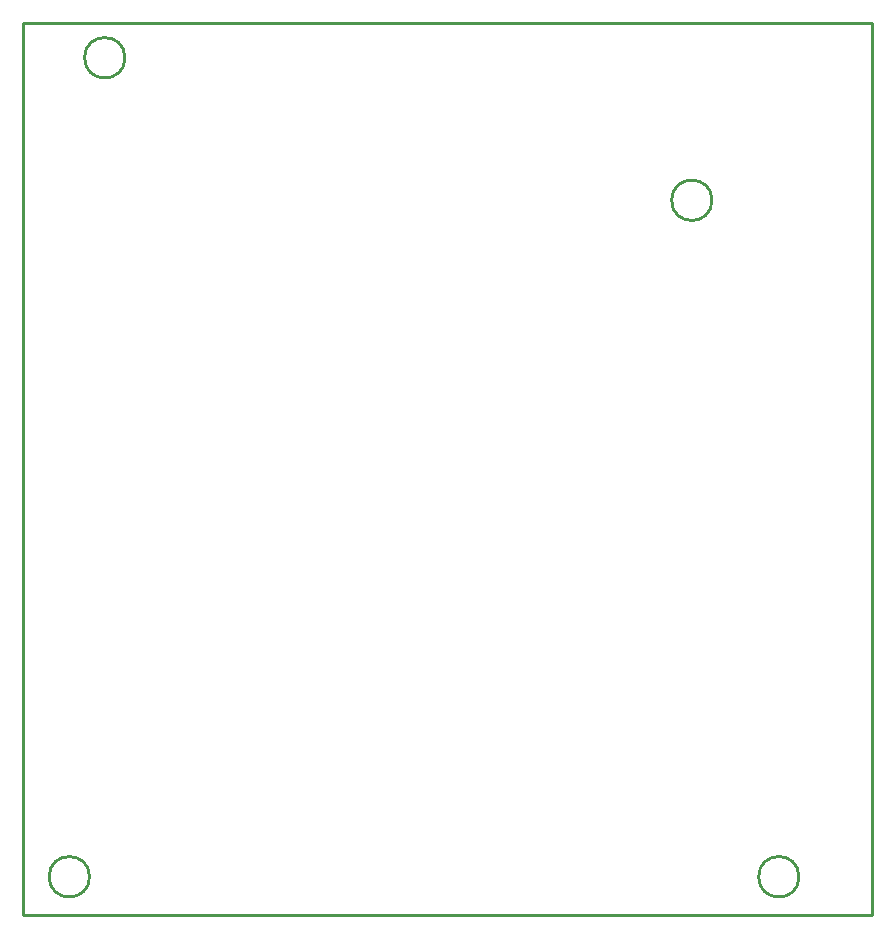
<source format=gko>
G04 Layer: BoardOutlineLayer*
G04 EasyEDA v6.5.23, 2022-11-18 20:40:13*
G04 0c95b19414bf4a53847780bc83a88734,1dfdfe31e71b4ff6856625fdd89ee459,10*
G04 Gerber Generator version 0.2*
G04 Scale: 100 percent, Rotated: No, Reflected: No *
G04 Dimensions in millimeters *
G04 leading zeros omitted , absolute positions ,4 integer and 5 decimal *
%FSLAX45Y45*%
%MOMM*%

%ADD10C,0.2540*%
%ADD11C,0.2500*%
D10*
X712787Y7529448D02*
G01*
X7545387Y7529448D01*
X7545387Y-19939D01*
X355663Y-19939D01*
X355663Y7529702D01*
X712787Y7529448D01*
D11*
G75*
G01
X920598Y304800D02*
G03X920598Y304800I-171298J0D01*
G75*
G01
X6191098Y6032500D02*
G03X6191098Y6032500I-171298J0D01*
G75*
G01
X1220610Y7239000D02*
G03X1220610Y7239000I-171298J0D01*
G75*
G01
X6927698Y304795D02*
G03X6927698Y304795I-171298J0D01*

%LPD*%
M02*

</source>
